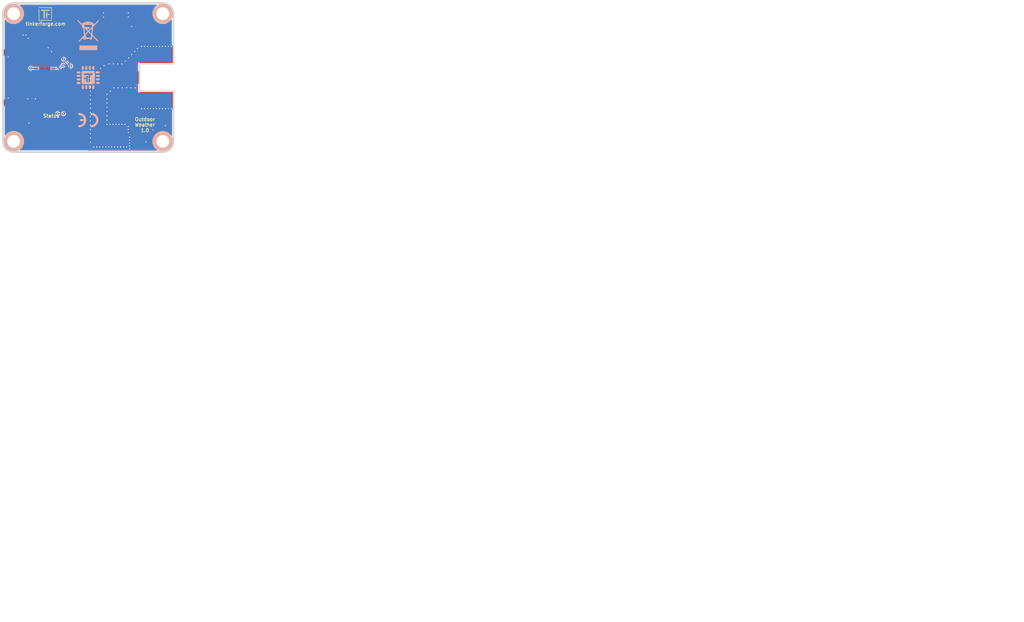
<source format=kicad_pcb>
(kicad_pcb (version 4) (host pcbnew 4.0.2+dfsg1-stable)
  (title_block (title "Outdoor Weather Bricklet") (date 2017-09-06) (rev 1.0) (company "Tinkerforge GmbH") (comment 1 "Licensed under CERN OHL v.1.1") (comment 2 "Copyright (©) 2017, B.Nordmeyer <bastian@tinkerforge.com>"))
  (layers (0 Vorderseite jumper) (31 Rückseite jumper hide) (34 B.Paste user) (35 F.Paste user) (36 B.SilkS user) (37 F.SilkS user) (38 B.Mask user) (39 F.Mask user) (44 Edge.Cuts user))
  (net 0 "")
  (net 1 GND)
  (net 2 VCC)
  (net 3 "Net-(C1-Pad2)")
  (net 4 "Net-(D1-Pad2)")
  (net 5 "Net-(J1-Pad1)")
  (net 6 "Net-(P1-Pad4)")
  (net 7 "Net-(P1-Pad5)")
  (net 8 "Net-(P1-Pad6)")
  (net 9 "Net-(P2-Pad2)")
  (net 10 "Net-(R1-Pad1)")
  (net 11 S-MISO)
  (net 12 S-MOSI)
  (net 13 S-CLK)
  (net 14 S-CS)
  (net 15 "Net-(ANT1-Pad1)")
  (net 16 DATA)
  (net 17 SDN)
  (net 18 "Net-(P1-Pad1)")
  (net 19 "Net-(U1-Pad3)")
  (net 20 "Net-(U1-Pad5)")
  (net 21 "Net-(U1-Pad7)")
  (net 22 "Net-(U1-Pad8)")
  (net 23 "Net-(U1-Pad11)")
  (net 24 "Net-(U1-Pad12)")
  (net 25 "Net-(U1-Pad13)")
  (net 26 "Net-(U1-Pad14)")
  (net 27 "Net-(U1-Pad17)")
  (net 28 "Net-(U1-Pad18)")
  (net 29 "Net-(U1-Pad19)")
  (net 30 "Net-(U1-Pad20)")
  (net 31 "Net-(U1-Pad21)")
  (module Logo_31x31m (layer Vorderseite) (at 54.4 20.8 180)
    (fp_text reference G*** hide)
    (fp_text value LOGO hide)
  )
  (module kicad-libraries:CE_5mm (layer Rückseite) (at 62.9 47.3 180)
    (fp_text reference VAL hide)
    (fp_text value CE_5mm hide)
  )
  (module kicad-libraries:WEEE_7mm (layer Rückseite) (at 62.9 27.3 180)
    (fp_text reference VAL hide)
    (fp_text value WEEE_7mm hide)
  )
  (module kicad-libraries:Logo_CoMCU (layer Rückseite) (at 62.9 37.3 180)
    (fp_text reference G*** hide)
    (fp_text value LOGO hide)
  )
  (module kicad-libraries:QFN24-4x4mm-0.5mm (layer Vorderseite) (at 52.7 34.9 180)
    (fp_text reference U1)
    (fp_text value XMC110024)
    (pad 1 smd oval (at -2.025 -1.25 180) (size 1 0.3) (layers Vorderseite F.Paste F.Mask) (net 11 S-MISO))
    (pad 2 smd oval (at -2.025 -0.75 180) (size 1 0.3) (layers Vorderseite F.Paste F.Mask) (net 10 "Net-(R1-Pad1)"))
    (pad 3 smd oval (at -2.025 -0.25 180) (size 1 0.3) (layers Vorderseite F.Paste F.Mask) (net 19 "Net-(U1-Pad3)"))
    (pad 4 smd oval (at -2.025 0.25 180) (size 1 0.3) (layers Vorderseite F.Paste F.Mask) (net 9 "Net-(P2-Pad2)"))
    (pad 5 smd oval (at -2.025 0.75 180) (size 1 0.3) (layers Vorderseite F.Paste F.Mask) (net 20 "Net-(U1-Pad5)"))
    (pad 6 smd oval (at -2.025 1.25 180) (size 1 0.3) (layers Vorderseite F.Paste F.Mask) (net 16 DATA))
    (pad 7 smd oval (at -1.25 2.025 270) (size 1 0.3) (layers Vorderseite F.Paste F.Mask) (net 21 "Net-(U1-Pad7)"))
    (pad 8 smd oval (at -0.75 2.025 270) (size 1 0.3) (layers Vorderseite F.Paste F.Mask) (net 22 "Net-(U1-Pad8)"))
    (pad 9 smd oval (at -0.25 2.025 270) (size 1 0.3) (layers Vorderseite F.Paste F.Mask) (net 1 GND))
    (pad 10 smd oval (at 0.25 2.025 270) (size 1 0.3) (layers Vorderseite F.Paste F.Mask) (net 2 VCC))
    (pad 11 smd oval (at 0.75 2.025 270) (size 1 0.3) (layers Vorderseite F.Paste F.Mask) (net 23 "Net-(U1-Pad11)"))
    (pad 12 smd oval (at 1.25 2.025 270) (size 1 0.3) (layers Vorderseite F.Paste F.Mask) (net 24 "Net-(U1-Pad12)"))
    (pad 13 smd oval (at 2.025 1.25 180) (size 1 0.3) (layers Vorderseite F.Paste F.Mask) (net 25 "Net-(U1-Pad13)"))
    (pad 14 smd oval (at 2.025 0.75 180) (size 1 0.3) (layers Vorderseite F.Paste F.Mask) (net 26 "Net-(U1-Pad14)"))
    (pad 15 smd oval (at 2.025 0.25 180) (size 1 0.3) (layers Vorderseite F.Paste F.Mask) (net 5 "Net-(J1-Pad1)"))
    (pad 16 smd oval (at 2.025 -0.25 180) (size 1 0.3) (layers Vorderseite F.Paste F.Mask) (net 17 SDN))
    (pad 17 smd oval (at 2.025 -0.75 180) (size 1 0.3) (layers Vorderseite F.Paste F.Mask) (net 27 "Net-(U1-Pad17)"))
    (pad 18 smd oval (at 2.025 -1.25 180) (size 1 0.3) (layers Vorderseite F.Paste F.Mask) (net 28 "Net-(U1-Pad18)"))
    (pad 19 smd oval (at 1.25 -2.025 270) (size 1 0.3) (layers Vorderseite F.Paste F.Mask) (net 29 "Net-(U1-Pad19)"))
    (pad 20 smd oval (at 0.75 -2.025 270) (size 1 0.3) (layers Vorderseite F.Paste F.Mask) (net 30 "Net-(U1-Pad20)"))
    (pad 21 smd oval (at 0.25 -2.025 270) (size 1 0.3) (layers Vorderseite F.Paste F.Mask) (net 31 "Net-(U1-Pad21)"))
    (pad 22 smd oval (at -0.25 -2.025 270) (size 1 0.3) (layers Vorderseite F.Paste F.Mask) (net 14 S-CS))
    (pad 23 smd oval (at -0.75 -2.025 270) (size 1 0.3) (layers Vorderseite F.Paste F.Mask) (net 13 S-CLK))
    (pad 24 smd oval (at -1.25 -2.025 270) (size 1 0.3) (layers Vorderseite F.Paste F.Mask) (net 12 S-MOSI))
    (pad EXP smd rect (at 0.65 0.65 180) (size 1.3 1.3) (layers Vorderseite F.Paste F.Mask) (net 1 GND))
    (pad EXP smd rect (at 0.65 -0.65 180) (size 1.3 1.3) (layers Vorderseite F.Paste F.Mask) (net 1 GND))
    (pad EXP smd rect (at -0.65 0.65 180) (size 1.3 1.3) (layers Vorderseite F.Paste F.Mask) (net 1 GND))
    (pad EXP smd rect (at -0.65 -0.65 180) (size 1.3 1.3) (layers Vorderseite F.Paste F.Mask) (net 1 GND))
  )
  (module kicad-libraries:4X0402 (layer Vorderseite) (at 50.2 39.2 270)
    (fp_text reference RP1)
    (fp_text value 82)
    (pad 1 smd rect (at -0.7493 0.575 90) (size 0.29972 0.65) (layers Vorderseite F.Paste F.Mask) (net 6 "Net-(P1-Pad4)"))
    (pad 2 smd rect (at -0.24892 0.575 90) (size 0.29972 0.65) (layers Vorderseite F.Paste F.Mask) (net 7 "Net-(P1-Pad5)"))
    (pad 3 smd rect (at 0.24892 0.575 90) (size 0.29972 0.65) (layers Vorderseite F.Paste F.Mask) (net 8 "Net-(P1-Pad6)"))
    (pad 4 smd rect (at 0.7493 0.575 90) (size 0.29972 0.65) (layers Vorderseite F.Paste F.Mask) (net 3 "Net-(C1-Pad2)"))
    (pad 5 smd rect (at 0.7493 -0.575 270) (size 0.29972 0.65) (layers Vorderseite F.Paste F.Mask) (net 11 S-MISO))
    (pad 6 smd rect (at 0.24892 -0.575 270) (size 0.29972 0.65) (layers Vorderseite F.Paste F.Mask) (net 12 S-MOSI))
    (pad 7 smd rect (at -0.24892 -0.575 270) (size 0.29972 0.65) (layers Vorderseite F.Paste F.Mask) (net 13 S-CLK))
    (pad 8 smd rect (at -0.7493 -0.575 270) (size 0.29972 0.65) (layers Vorderseite F.Paste F.Mask) (net 14 S-CS))
  )
  (module kicad-libraries:SolderJumper (layer Vorderseite) (at 50.2 48)
    (fp_text reference P2)
    (fp_text value Boot)
    (pad 2 smd rect (at 0.55 0) (size 0.3 1.4) (layers Vorderseite F.Mask) (net 9 "Net-(P2-Pad2)"))
    (pad 2 smd rect (at 0.15 0) (size 0.6 0.5) (layers Vorderseite F.Mask) (net 9 "Net-(P2-Pad2)"))
    (pad 1 smd rect (at -0.5 0) (size 0.4 1.4) (layers Vorderseite F.Mask) (net 1 GND))
    (pad 1 smd rect (at -0.225 0.55) (size 0.95 0.3) (layers Vorderseite F.Mask) (net 1 GND))
    (pad 1 smd rect (at -0.225 -0.55) (size 0.95 0.3) (layers Vorderseite F.Mask) (net 1 GND))
  )
  (module kicad-libraries:CON-SENSOR2 (layer Vorderseite) (at 42.9 37.3 270)
    (fp_text reference P1)
    (fp_text value CON-SENSOR2)
    (pad 1 smd rect (at -3.75 -4.6 270) (size 0.6 1.8) (layers Vorderseite F.Paste F.Mask) (net 18 "Net-(P1-Pad1)"))
    (pad 2 smd rect (at -2.5 -4.6 270) (size 0.6 1.8) (layers Vorderseite F.Paste F.Mask) (net 1 GND))
    (pad EP smd rect (at -5.9 -1.2 270) (size 1.4 2.4) (layers Vorderseite F.Paste F.Mask) (net 1 GND))
    (pad EP smd rect (at 5.9 -1.2 270) (size 1.4 2.4) (layers Vorderseite F.Paste F.Mask) (net 1 GND))
    (pad 3 smd rect (at -1.25 -4.6 270) (size 0.6 1.8) (layers Vorderseite F.Paste F.Mask) (net 2 VCC))
    (pad 4 smd rect (at 0 -4.6 270) (size 0.6 1.8) (layers Vorderseite F.Paste F.Mask) (net 6 "Net-(P1-Pad4)"))
    (pad 5 smd rect (at 1.25 -4.6 270) (size 0.6 1.8) (layers Vorderseite F.Paste F.Mask) (net 7 "Net-(P1-Pad5)"))
    (pad 6 smd rect (at 2.5 -4.6 270) (size 0.6 1.8) (layers Vorderseite F.Paste F.Mask) (net 8 "Net-(P1-Pad6)"))
    (pad 7 smd rect (at 3.75 -4.6 270) (size 0.6 1.8) (layers Vorderseite F.Paste F.Mask) (net 3 "Net-(C1-Pad2)"))
  )
  (module kicad-libraries:DEBUG_PAD (layer Vorderseite) (at 49 32)
    (fp_text reference J1)
    (fp_text value Debug)
    (pad 1 smd circle (at 0 0) (size 0.7 0.7) (layers Vorderseite F.Paste F.Mask) (net 5 "Net-(J1-Pad1)"))
  )
  (module kicad-libraries:Fiducial_Mark (layer Vorderseite) (at 75.4 21.3)
    (fp_text reference Fiducial_Mark hide)
    (fp_text value VAL** hide)
    (pad 1 smd circle (at 0 0) (size 1.00076 1.00076) (layers Vorderseite F.Paste F.Mask) (clearance 0.65024))
  )
  (module kicad-libraries:Fiducial_Mark (layer Vorderseite) (at 50.4 52.3)
    (fp_text reference Fiducial_Mark hide)
    (fp_text value VAL** hide)
    (pad 1 smd circle (at 0 0) (size 1.00076 1.00076) (layers Vorderseite F.Paste F.Mask) (clearance 0.65024))
  )
  (module kicad-libraries:RFM210LCF-S1 (layer Vorderseite) (at 63.9 37.3 90)
    (fp_text reference U2)
    (fp_text value RFM210LCF-S1)
    (pad 6 smd rect (at 14.7 5.5 90) (size 1.8 5) (layers Vorderseite F.Paste F.Mask) (net 1 GND))
    (pad 5 smd rect (at 12.16 5.5 90) (size 1.8 5) (layers Vorderseite F.Paste F.Mask) (net 16 DATA))
    (pad 4 smd rect (at 9.62 5.5 90) (size 1.8 5) (layers Vorderseite F.Paste F.Mask) (net 2 VCC))
    (pad 3 smd rect (at 7.08 5.5 90) (size 1.8 5) (layers Vorderseite F.Paste F.Mask) (net 17 SDN))
    (pad 1 smd rect (at -14.7 5.5 90) (size 1.8 5) (layers Vorderseite F.Paste F.Mask) (net 15 "Net-(ANT1-Pad1)"))
    (pad 2 smd rect (at -12.16 5.5 90) (size 1.8 5) (layers Vorderseite F.Paste F.Mask) (net 1 GND))
    (pad "" smd rect (at -14.7 -5.5 90) (size 1.8 5) (layers Vorderseite F.Paste F.Mask))
    (pad "" smd rect (at -12.16 -5.5 90) (size 1.8 5) (layers Vorderseite F.Paste F.Mask))
  )
  (module kicad-libraries:FT-004B (layer Vorderseite) (at 82.9 37.3 270)
    (fp_text reference ANT1)
    (fp_text value FT-004B)
    (pad 2 smd rect (at -5.27 3.99 270) (size 4 8) (layers Vorderseite F.Paste F.Mask) (net 1 GND))
    (pad 2 smd rect (at 5.25 3.99 270) (size 4 8) (layers Vorderseite F.Paste F.Mask) (net 1 GND))
    (pad 1 smd rect (at 0.01 10 270) (size 3 4) (layers Vorderseite F.Paste F.Mask) (net 15 "Net-(ANT1-Pad1)"))
  )
  (module kicad-libraries:C0402F (layer Vorderseite) (at 49.6 41.6 90)
    (fp_text reference C1)
    (fp_text value 220pF)
    (pad 2 smd rect (at 0.5 0 90) (size 0.6 0.7) (layers Vorderseite F.Paste F.Mask) (net 3 "Net-(C1-Pad2)"))
    (pad 1 smd rect (at -0.5 0 90) (size 0.6 0.7) (layers Vorderseite F.Paste F.Mask) (net 1 GND))
  )
  (module kicad-libraries:C0805 (layer Vorderseite) (at 47.4 29.7 180)
    (fp_text reference C2)
    (fp_text value 10uF)
    (pad 1 smd rect (at -1.00076 0 180) (size 1.00076 1.24968) (layers Vorderseite F.Paste F.Mask) (net 1 GND) (clearance 0.14986))
    (pad 2 smd rect (at 1.00076 0 180) (size 1.00076 1.24968) (layers Vorderseite F.Paste F.Mask) (net 2 VCC) (clearance 0.14986))
  )
  (module kicad-libraries:C0603F (layer Vorderseite) (at 47.2 28.1 180)
    (fp_text reference C3)
    (fp_text value 1uF)
    (pad 1 smd rect (at -0.75 0 180) (size 0.9 0.9) (layers Vorderseite F.Paste F.Mask) (net 1 GND))
    (pad 2 smd rect (at 0.75 0 180) (size 0.9 0.9) (layers Vorderseite F.Paste F.Mask) (net 2 VCC))
  )
  (module kicad-libraries:C0603F (layer Vorderseite) (at 52.7 31.2 180)
    (fp_text reference C4)
    (fp_text value 100nF)
    (pad 1 smd rect (at -0.75 0 180) (size 0.9 0.9) (layers Vorderseite F.Paste F.Mask) (net 1 GND))
    (pad 2 smd rect (at 0.75 0 180) (size 0.9 0.9) (layers Vorderseite F.Paste F.Mask) (net 2 VCC))
  )
  (module kicad-libraries:C0603F (layer Vorderseite) (at 73.1 26.9 270)
    (fp_text reference C5)
    (fp_text value 100nF)
    (pad 1 smd rect (at -0.75 0 270) (size 0.9 0.9) (layers Vorderseite F.Paste F.Mask) (net 1 GND))
    (pad 2 smd rect (at 0.75 0 270) (size 0.9 0.9) (layers Vorderseite F.Paste F.Mask) (net 2 VCC))
  )
  (module kicad-libraries:D0603F (layer Vorderseite) (at 54.2 44.7)
    (fp_text reference D1)
    (fp_text value blue)
    (pad 1 smd rect (at -0.75 0) (size 0.9 0.9) (layers Vorderseite F.Paste F.Mask) (net 2 VCC))
    (pad 2 smd rect (at 0.75 0) (size 0.9 0.9) (layers Vorderseite F.Paste F.Mask) (net 4 "Net-(D1-Pad2)"))
  )
  (module kicad-libraries:R0603F (layer Vorderseite) (at 54.2 43.3)
    (fp_text reference R1)
    (fp_text value 1k)
    (pad 1 smd rect (at -0.75 0) (size 0.9 0.9) (layers Vorderseite F.Paste F.Mask) (net 10 "Net-(R1-Pad1)"))
    (pad 2 smd rect (at 0.75 0) (size 0.9 0.9) (layers Vorderseite F.Paste F.Mask) (net 4 "Net-(D1-Pad2)"))
  )
  (module kicad-libraries:DRILL_NP (layer Vorderseite) (at 45.4 52.3)
    (fp_text reference U4 hide)
    (fp_text value DRILL hide)
    (pad "" np_thru_hole circle (at 0 0) (size 2.99974 2.99974) (drill 2.99974) (layers *.Cu *.Mask F.SilkS) (clearance 0.89916))
  )
  (module kicad-libraries:DRILL_NP (layer Vorderseite) (at 80.4 52.3)
    (fp_text reference U5 hide)
    (fp_text value DRILL hide)
    (pad "" np_thru_hole circle (at 0 0) (size 2.99974 2.99974) (drill 2.99974) (layers *.Cu *.Mask F.SilkS) (clearance 0.89916))
  )
  (module kicad-libraries:DRILL_NP (layer Vorderseite) (at 45.4 22.3)
    (fp_text reference U6 hide)
    (fp_text value DRILL hide)
    (pad "" np_thru_hole circle (at 0 0) (size 2.99974 2.99974) (drill 2.99974) (layers *.Cu *.Mask F.SilkS) (clearance 0.89916))
  )
  (module kicad-libraries:DRILL_NP (layer Vorderseite) (at 80.4 22.3)
    (fp_text reference U7 hide)
    (fp_text value DRILL hide)
    (pad "" np_thru_hole circle (at 0 0) (size 2.99974 2.99974) (drill 2.99974) (layers *.Cu *.Mask F.SilkS) (clearance 0.89916))
  )
  (gr_line (start 82.9 40.55) (end 82.9 52.3) (angle 90) (layer Edge.Cuts) (width 0.381))
  (gr_line (start 74.9 34.05) (end 74.9 40.55) (angle 90) (layer Edge.Cuts) (width 0.381))
  (gr_line (start 82.9 22.3) (end 82.9 34.05) (angle 90) (layer Edge.Cuts) (width 0.381))
  (gr_text Status (at 54.2 46.3) (layer F.SilkS) (effects (font (size 0.8 0.8))))
  (gr_line (start 74.9 40.55) (end 82.9 40.55) (angle 90) (layer Edge.Cuts) (width 0.381))
  (gr_line (start 74.9 34.05) (end 82.9 34.05) (angle 90) (layer Edge.Cuts) (width 0.381))
  (gr_line (start 45.4 54.8) (end 80.4 54.8) (angle 90) (layer Edge.Cuts) (width 0.381))
  (gr_line (start 42.9 22.3) (end 42.9 52.3) (angle 90) (layer Edge.Cuts) (width 0.381))
  (gr_line (start 80.4 19.8) (end 45.4 19.8) (angle 90) (layer Edge.Cuts) (width 0.381))
  (gr_arc (start 80.4 52.3) (end 82.9 52.3) (angle 90) (layer Edge.Cuts) (width 0.381))
  (gr_arc (start 80.4 22.3) (end 80.4 19.8) (angle 90) (layer Edge.Cuts) (width 0.381))
  (gr_text "Outdoor\nWeather\n1.0" (at 76.2 48.4) (layer F.SilkS) (effects (font (size 0.8 0.8))))
  (gr_text tinkerforge.com (at 52.9 24.7) (layer F.SilkS) (effects (font (size 0.8 0.8))))
  (gr_arc (start 45.4 22.3) (end 42.9 22.3) (angle 90) (layer Edge.Cuts) (width 0.381))
  (gr_arc (start 45.4 52.3) (end 45.4 54.8) (angle 90) (layer Edge.Cuts) (width 0.381))
  (segment (start 75.4 44.6) (end 76.1 44.6) (width 0.59944) (layer Vorderseite) (net 1))
  (via (at 76.1 44.6) (size 0.70104) (drill 0.24892) (layers Vorderseite Rückseite) (net 1))
  (segment (start 76.8 44.6) (end 77.5 44.6) (width 0.59944) (layer Vorderseite) (net 1))
  (via (at 77.5 44.6) (size 0.70104) (drill 0.24892) (layers Vorderseite Rückseite) (net 1))
  (segment (start 78.2 44.6) (end 78.9 44.6) (width 0.59944) (layer Vorderseite) (net 1))
  (via (at 78.9 44.6) (size 0.70104) (drill 0.24892) (layers Vorderseite Rückseite) (net 1))
  (via (at 78.2 44.6) (size 0.70104) (drill 0.24892) (layers Vorderseite Rückseite) (net 1))
  (segment (start 77.5 44.6) (end 78.2 44.6) (width 0.59944) (layer Vorderseite) (net 1))
  (via (at 76.8 44.6) (size 0.70104) (drill 0.24892) (layers Vorderseite Rückseite) (net 1))
  (segment (start 76.1 44.6) (end 76.8 44.6) (width 0.59944) (layer Vorderseite) (net 1))
  (via (at 75.4 44.6) (size 0.70104) (drill 0.24892) (layers Vorderseite Rückseite) (net 1))
  (segment (start 82.4 44.6) (end 81.7 44.6) (width 0.59944) (layer Vorderseite) (net 1))
  (via (at 81.7 44.6) (size 0.70104) (drill 0.24892) (layers Vorderseite Rückseite) (net 1))
  (segment (start 81 44.6) (end 80.3 44.6) (width 0.59944) (layer Vorderseite) (net 1))
  (via (at 80.3 44.6) (size 0.70104) (drill 0.24892) (layers Vorderseite Rückseite) (net 1))
  (segment (start 79.6 44.6) (end 78.9 44.6) (width 0.59944) (layer Vorderseite) (net 1))
  (segment (start 78.9 44.6) (end 78.9 42.3) (width 0.59944) (layer Vorderseite) (net 1))
  (via (at 79.6 44.6) (size 0.70104) (drill 0.24892) (layers Vorderseite Rückseite) (net 1))
  (segment (start 80.3 44.6) (end 79.6 44.6) (width 0.59944) (layer Vorderseite) (net 1))
  (via (at 81 44.6) (size 0.70104) (drill 0.24892) (layers Vorderseite Rückseite) (net 1))
  (segment (start 81.7 44.6) (end 81 44.6) (width 0.59944) (layer Vorderseite) (net 1))
  (via (at 82.4 44.6) (size 0.70104) (drill 0.24892) (layers Vorderseite Rückseite) (net 1))
  (segment (start 75.4 30) (end 76.1 30) (width 0.59944) (layer Vorderseite) (net 1))
  (via (at 76.1 30) (size 0.70104) (drill 0.24892) (layers Vorderseite Rückseite) (net 1))
  (segment (start 76.8 30) (end 77.5 30) (width 0.59944) (layer Vorderseite) (net 1))
  (via (at 77.5 30) (size 0.70104) (drill 0.24892) (layers Vorderseite Rückseite) (net 1))
  (segment (start 78.2 30) (end 78.9 30) (width 0.59944) (layer Vorderseite) (net 1))
  (via (at 78.9 30) (size 0.70104) (drill 0.24892) (layers Vorderseite Rückseite) (net 1))
  (via (at 78.2 30) (size 0.70104) (drill 0.24892) (layers Vorderseite Rückseite) (net 1))
  (segment (start 77.5 30) (end 78.2 30) (width 0.59944) (layer Vorderseite) (net 1))
  (via (at 76.8 30) (size 0.70104) (drill 0.24892) (layers Vorderseite Rückseite) (net 1))
  (segment (start 76.1 30) (end 76.8 30) (width 0.59944) (layer Vorderseite) (net 1))
  (via (at 75.4 30) (size 0.70104) (drill 0.24892) (layers Vorderseite Rückseite) (net 1))
  (segment (start 82.4 30) (end 81.7 30) (width 0.59944) (layer Vorderseite) (net 1))
  (via (at 81.7 30) (size 0.70104) (drill 0.24892) (layers Vorderseite Rückseite) (net 1))
  (segment (start 81 30) (end 80.3 30) (width 0.59944) (layer Vorderseite) (net 1))
  (via (at 80.3 30) (size 0.70104) (drill 0.24892) (layers Vorderseite Rückseite) (net 1))
  (segment (start 79.6 30) (end 78.9 30) (width 0.59944) (layer Vorderseite) (net 1))
  (segment (start 78.9 30) (end 78.9 32.3) (width 0.59944) (layer Vorderseite) (net 1))
  (via (at 79.6 30) (size 0.70104) (drill 0.24892) (layers Vorderseite Rückseite) (net 1))
  (segment (start 80.3 30) (end 79.6 30) (width 0.59944) (layer Vorderseite) (net 1))
  (via (at 81 30) (size 0.70104) (drill 0.24892) (layers Vorderseite Rückseite) (net 1))
  (segment (start 81.7 30) (end 81 30) (width 0.59944) (layer Vorderseite) (net 1))
  (via (at 82.4 30) (size 0.70104) (drill 0.24892) (layers Vorderseite Rückseite) (net 1))
  (segment (start 49.975 48.55) (end 49.75 48.55) (width 0.2) (layer Vorderseite) (net 1))
  (segment (start 49.75 48.55) (end 49.7 48.5) (width 0.2) (layer Vorderseite) (net 1))
  (segment (start 49.7 48.5) (end 49.7 48) (width 0.2) (layer Vorderseite) (net 1))
  (segment (start 49.975 47.45) (end 49.75 47.45) (width 0.2) (layer Vorderseite) (net 1))
  (segment (start 49.75 47.45) (end 49.7 47.5) (width 0.2) (layer Vorderseite) (net 1))
  (segment (start 49.7 47.5) (end 49.7 48) (width 0.2) (layer Vorderseite) (net 1))
  (segment (start 49.7 48) (end 49 48) (width 0.2) (layer Vorderseite) (net 1))
  (via (at 49 48) (size 0.70104) (drill 0.24892) (layers Vorderseite Rückseite) (net 1))
  (segment (start 73.9 39.7) (end 72.9 39.7) (width 0.59944) (layer Vorderseite) (net 1))
  (via (at 72.9 39.7) (size 0.70104) (drill 0.24892) (layers Vorderseite Rückseite) (net 1))
  (segment (start 71.9 39.7) (end 70.9 39.7) (width 0.59944) (layer Vorderseite) (net 1))
  (via (at 70.9 39.7) (size 0.70104) (drill 0.24892) (layers Vorderseite Rückseite) (net 1))
  (segment (start 69.9 39.7) (end 68.9 39.7) (width 0.59944) (layer Vorderseite) (net 1))
  (via (at 68.9 39.7) (size 0.70104) (drill 0.24892) (layers Vorderseite Rückseite) (net 1))
  (segment (start 68.1 40.5) (end 67.3 41.3) (width 0.59944) (layer Vorderseite) (net 1))
  (via (at 67.3 41.3) (size 0.70104) (drill 0.24892) (layers Vorderseite Rückseite) (net 1))
  (segment (start 67.3 42.3) (end 67.3 43.3) (width 0.59944) (layer Vorderseite) (net 1))
  (via (at 67.3 43.3) (size 0.70104) (drill 0.24892) (layers Vorderseite Rückseite) (net 1))
  (segment (start 67.3 44.3) (end 67.3 45.3) (width 0.59944) (layer Vorderseite) (net 1))
  (via (at 67.3 45.3) (size 0.70104) (drill 0.24892) (layers Vorderseite Rückseite) (net 1))
  (segment (start 67.3 46.3) (end 67.3 47.3) (width 0.59944) (layer Vorderseite) (net 1))
  (via (at 67.3 47.3) (size 0.70104) (drill 0.24892) (layers Vorderseite Rückseite) (net 1))
  (segment (start 67.3 48.3) (end 68 48.3) (width 0.59944) (layer Vorderseite) (net 1))
  (via (at 68 48.3) (size 0.70104) (drill 0.24892) (layers Vorderseite Rückseite) (net 1))
  (segment (start 68.7 48.3) (end 69.4 48.3) (width 0.59944) (layer Vorderseite) (net 1))
  (via (at 69.4 48.3) (size 0.70104) (drill 0.24892) (layers Vorderseite Rückseite) (net 1))
  (via (at 68.7 48.3) (size 0.70104) (drill 0.24892) (layers Vorderseite Rückseite) (net 1))
  (segment (start 68 48.3) (end 68.7 48.3) (width 0.59944) (layer Vorderseite) (net 1))
  (via (at 67.3 48.3) (size 0.70104) (drill 0.24892) (layers Vorderseite Rückseite) (net 1))
  (segment (start 67.3 47.3) (end 67.3 48.3) (width 0.59944) (layer Vorderseite) (net 1))
  (via (at 67.3 46.3) (size 0.70104) (drill 0.24892) (layers Vorderseite Rückseite) (net 1))
  (segment (start 67.3 45.3) (end 67.3 46.3) (width 0.59944) (layer Vorderseite) (net 1))
  (via (at 67.3 44.3) (size 0.70104) (drill 0.24892) (layers Vorderseite Rückseite) (net 1))
  (segment (start 67.3 43.3) (end 67.3 44.3) (width 0.59944) (layer Vorderseite) (net 1))
  (via (at 67.3 42.3) (size 0.70104) (drill 0.24892) (layers Vorderseite Rückseite) (net 1))
  (segment (start 67.3 41.3) (end 67.3 42.3) (width 0.59944) (layer Vorderseite) (net 1))
  (via (at 68.1 40.5) (size 0.70104) (drill 0.24892) (layers Vorderseite Rückseite) (net 1))
  (segment (start 68.9 39.7) (end 68.1 40.5) (width 0.59944) (layer Vorderseite) (net 1))
  (via (at 69.9 39.7) (size 0.70104) (drill 0.24892) (layers Vorderseite Rückseite) (net 1))
  (segment (start 70.9 39.7) (end 69.9 39.7) (width 0.59944) (layer Vorderseite) (net 1))
  (via (at 71.9 39.7) (size 0.70104) (drill 0.24892) (layers Vorderseite Rückseite) (net 1))
  (segment (start 72.9 39.7) (end 71.9 39.7) (width 0.59944) (layer Vorderseite) (net 1))
  (via (at 73.9 39.7) (size 0.70104) (drill 0.24892) (layers Vorderseite Rückseite) (net 1))
  (segment (start 77.25 49.25) (end 77.75 49.25) (width 0.59944) (layer Vorderseite) (net 1))
  (via (at 78.1 49.6) (size 0.70104) (drill 0.24892) (layers Vorderseite Rückseite) (net 1))
  (segment (start 77.75 49.25) (end 78.1 49.6) (width 0.59944) (layer Vorderseite) (net 1))
  (segment (start 76.4 52.4) (end 76.4 50.1) (width 0.59944) (layer Vorderseite) (net 1))
  (segment (start 76.1 52.7) (end 76.4 52.4) (width 0.59944) (layer Vorderseite) (net 1))
  (via (at 76.4 52.4) (size 0.70104) (drill 0.24892) (layers Vorderseite Rückseite) (net 1))
  (via (at 72.6 52.7) (size 0.70104) (drill 0.24892) (layers Vorderseite Rückseite) (net 1))
  (segment (start 72.6 52.7) (end 76.1 52.7) (width 0.59944) (layer Vorderseite) (net 1))
  (via (at 81 48.6) (size 0.70104) (drill 0.24892) (layers Vorderseite Rückseite) (net 1))
  (segment (start 77.9 48.6) (end 81 48.6) (width 0.59944) (layer Vorderseite) (net 1))
  (segment (start 76.4 50.1) (end 77.25 49.25) (width 0.59944) (layer Vorderseite) (net 1))
  (segment (start 77.25 49.25) (end 77.9 48.6) (width 0.59944) (layer Vorderseite) (net 1))
  (segment (start 73.8 31.2) (end 73.8 31.1) (width 0.59944) (layer Vorderseite) (net 1))
  (via (at 73.8 31.2) (size 0.70104) (drill 0.24892) (layers Vorderseite Rückseite) (net 1))
  (segment (start 72.4 32.7) (end 72.4 32.6) (width 0.59944) (layer Vorderseite) (net 1))
  (segment (start 71.7 33.4) (end 72.4 32.7) (width 0.59944) (layer Vorderseite) (net 1))
  (via (at 72.4 32.7) (size 0.70104) (drill 0.24892) (layers Vorderseite Rückseite) (net 1))
  (segment (start 70.8 34.1) (end 70.9 34.1) (width 0.59944) (layer Vorderseite) (net 1))
  (via (at 70.8 34.1) (size 0.70104) (drill 0.24892) (layers Vorderseite Rückseite) (net 1))
  (segment (start 69.8 34.1) (end 68.8 34.1) (width 0.59944) (layer Vorderseite) (net 1))
  (via (at 68.8 34.1) (size 0.70104) (drill 0.24892) (layers Vorderseite Rückseite) (net 1))
  (segment (start 66.6 34.5) (end 67.4 34.5) (width 0.59944) (layer Vorderseite) (net 1))
  (segment (start 65.9 35.2) (end 66.6 34.5) (width 0.59944) (layer Vorderseite) (net 1))
  (via (at 66.6 34.5) (size 0.70104) (drill 0.24892) (layers Vorderseite Rückseite) (net 1))
  (segment (start 64.9 36) (end 65 36) (width 0.59944) (layer Vorderseite) (net 1))
  (via (at 64.9 36) (size 0.70104) (drill 0.24892) (layers Vorderseite Rückseite) (net 1))
  (segment (start 64.2 36.7) (end 63.4 37.5) (width 0.59944) (layer Vorderseite) (net 1))
  (via (at 63.4 37.5) (size 0.70104) (drill 0.24892) (layers Vorderseite Rückseite) (net 1))
  (segment (start 63.4 38.5) (end 63.4 39.5) (width 0.59944) (layer Vorderseite) (net 1))
  (via (at 63.4 39.5) (size 0.70104) (drill 0.24892) (layers Vorderseite Rückseite) (net 1))
  (segment (start 63.4 40.5) (end 63.4 41.5) (width 0.59944) (layer Vorderseite) (net 1))
  (via (at 63.4 41.5) (size 0.70104) (drill 0.24892) (layers Vorderseite Rückseite) (net 1))
  (segment (start 63.4 42.5) (end 63.4 43.5) (width 0.59944) (layer Vorderseite) (net 1))
  (via (at 63.4 43.5) (size 0.70104) (drill 0.24892) (layers Vorderseite Rückseite) (net 1))
  (segment (start 63.4 44.5) (end 63.4 45.5) (width 0.59944) (layer Vorderseite) (net 1))
  (via (at 63.4 45.5) (size 0.70104) (drill 0.24892) (layers Vorderseite Rückseite) (net 1))
  (segment (start 63.4 46.5) (end 63.4 47.5) (width 0.59944) (layer Vorderseite) (net 1))
  (via (at 63.4 47.5) (size 0.70104) (drill 0.24892) (layers Vorderseite Rückseite) (net 1))
  (segment (start 63.4 48.5) (end 63.4 49.5) (width 0.59944) (layer Vorderseite) (net 1))
  (via (at 63.4 49.5) (size 0.70104) (drill 0.24892) (layers Vorderseite Rückseite) (net 1))
  (segment (start 63.4 50.5) (end 63.4 51.5) (width 0.59944) (layer Vorderseite) (net 1))
  (via (at 63.4 51.5) (size 0.70104) (drill 0.24892) (layers Vorderseite Rückseite) (net 1))
  (segment (start 64.2 53.6) (end 64.2 53.3) (width 0.59944) (layer Vorderseite) (net 1))
  (via (at 64.2 53.6) (size 0.70104) (drill 0.24892) (layers Vorderseite Rückseite) (net 1))
  (segment (start 64.9 53.6) (end 65.6 53.6) (width 0.59944) (layer Vorderseite) (net 1))
  (via (at 65.6 53.6) (size 0.70104) (drill 0.24892) (layers Vorderseite Rückseite) (net 1))
  (segment (start 66.3 53.6) (end 67 53.6) (width 0.59944) (layer Vorderseite) (net 1))
  (via (at 67 53.6) (size 0.70104) (drill 0.24892) (layers Vorderseite Rückseite) (net 1))
  (segment (start 67.7 53.6) (end 68.4 53.6) (width 0.59944) (layer Vorderseite) (net 1))
  (via (at 68.4 53.6) (size 0.70104) (drill 0.24892) (layers Vorderseite Rückseite) (net 1))
  (segment (start 69.1 53.6) (end 69.8 53.6) (width 0.59944) (layer Vorderseite) (net 1))
  (via (at 69.8 53.6) (size 0.70104) (drill 0.24892) (layers Vorderseite Rückseite) (net 1))
  (segment (start 70.5 53.6) (end 71.2 53.6) (width 0.59944) (layer Vorderseite) (net 1))
  (via (at 71.2 53.6) (size 0.70104) (drill 0.24892) (layers Vorderseite Rückseite) (net 1))
  (segment (start 72.6 54.1) (end 72.4 54.1) (width 0.59944) (layer Vorderseite) (net 1))
  (via (at 72.6 54.1) (size 0.70104) (drill 0.24892) (layers Vorderseite Rückseite) (net 1))
  (segment (start 72.6 53.4) (end 72.6 52.7) (width 0.59944) (layer Vorderseite) (net 1))
  (segment (start 72.6 52) (end 72.6 51.3) (width 0.59944) (layer Vorderseite) (net 1))
  (segment (start 72.3 50.5) (end 72.6 50.8) (width 0.59944) (layer Vorderseite) (net 1))
  (segment (start 72.6 50.8) (end 72.6 51.3) (width 0.59944) (layer Vorderseite) (net 1))
  (via (at 72.6 51.3) (size 0.70104) (drill 0.24892) (layers Vorderseite Rückseite) (net 1))
  (segment (start 72.3 49.5) (end 72.3 50.2) (width 0.59944) (layer Vorderseite) (net 1))
  (via (at 72.3 49.5) (size 0.70104) (drill 0.24892) (layers Vorderseite Rückseite) (net 1))
  (via (at 72.3 50.2) (size 0.70104) (drill 0.24892) (layers Vorderseite Rückseite) (net 1))
  (segment (start 72.3 50.2) (end 72.3 50.5) (width 0.59944) (layer Vorderseite) (net 1))
  (via (at 72.6 52) (size 0.70104) (drill 0.24892) (layers Vorderseite Rückseite) (net 1))
  (segment (start 72.6 52.7) (end 72.6 52) (width 0.59944) (layer Vorderseite) (net 1))
  (via (at 72.6 53.4) (size 0.70104) (drill 0.24892) (layers Vorderseite Rückseite) (net 1))
  (segment (start 72.6 54.1) (end 72.6 53.4) (width 0.59944) (layer Vorderseite) (net 1))
  (via (at 71.9 53.6) (size 0.70104) (drill 0.24892) (layers Vorderseite Rückseite) (net 1))
  (segment (start 72.4 54.1) (end 71.9 53.6) (width 0.59944) (layer Vorderseite) (net 1))
  (segment (start 71.2 53.6) (end 71.9 53.6) (width 0.59944) (layer Vorderseite) (net 1))
  (via (at 70.5 53.6) (size 0.70104) (drill 0.24892) (layers Vorderseite Rückseite) (net 1))
  (segment (start 69.8 53.6) (end 70.5 53.6) (width 0.59944) (layer Vorderseite) (net 1))
  (via (at 69.1 53.6) (size 0.70104) (drill 0.24892) (layers Vorderseite Rückseite) (net 1))
  (segment (start 68.4 53.6) (end 69.1 53.6) (width 0.59944) (layer Vorderseite) (net 1))
  (via (at 67.7 53.6) (size 0.70104) (drill 0.24892) (layers Vorderseite Rückseite) (net 1))
  (segment (start 67 53.6) (end 67.7 53.6) (width 0.59944) (layer Vorderseite) (net 1))
  (via (at 66.3 53.6) (size 0.70104) (drill 0.24892) (layers Vorderseite Rückseite) (net 1))
  (segment (start 65.6 53.6) (end 66.3 53.6) (width 0.59944) (layer Vorderseite) (net 1))
  (via (at 64.9 53.6) (size 0.70104) (drill 0.24892) (layers Vorderseite Rückseite) (net 1))
  (segment (start 64.2 53.6) (end 64.9 53.6) (width 0.59944) (layer Vorderseite) (net 1))
  (via (at 63.4 52.5) (size 0.70104) (drill 0.24892) (layers Vorderseite Rückseite) (net 1))
  (segment (start 64.2 53.3) (end 63.4 52.5) (width 0.59944) (layer Vorderseite) (net 1))
  (segment (start 63.4 51.5) (end 63.4 52.5) (width 0.59944) (layer Vorderseite) (net 1))
  (via (at 63.4 50.5) (size 0.70104) (drill 0.24892) (layers Vorderseite Rückseite) (net 1))
  (segment (start 63.4 49.5) (end 63.4 50.5) (width 0.59944) (layer Vorderseite) (net 1))
  (via (at 63.4 48.5) (size 0.70104) (drill 0.24892) (layers Vorderseite Rückseite) (net 1))
  (segment (start 63.4 47.5) (end 63.4 48.5) (width 0.59944) (layer Vorderseite) (net 1))
  (via (at 63.4 46.5) (size 0.70104) (drill 0.24892) (layers Vorderseite Rückseite) (net 1))
  (segment (start 63.4 45.5) (end 63.4 46.5) (width 0.59944) (layer Vorderseite) (net 1))
  (via (at 63.4 44.5) (size 0.70104) (drill 0.24892) (layers Vorderseite Rückseite) (net 1))
  (segment (start 63.4 43.5) (end 63.4 44.5) (width 0.59944) (layer Vorderseite) (net 1))
  (via (at 63.4 42.5) (size 0.70104) (drill 0.24892) (layers Vorderseite Rückseite) (net 1))
  (segment (start 63.4 41.5) (end 63.4 42.5) (width 0.59944) (layer Vorderseite) (net 1))
  (via (at 63.4 40.5) (size 0.70104) (drill 0.24892) (layers Vorderseite Rückseite) (net 1))
  (segment (start 63.4 39.5) (end 63.4 40.5) (width 0.59944) (layer Vorderseite) (net 1))
  (via (at 63.4 38.5) (size 0.70104) (drill 0.24892) (layers Vorderseite Rückseite) (net 1))
  (segment (start 63.4 37.5) (end 63.4 38.5) (width 0.59944) (layer Vorderseite) (net 1))
  (via (at 64.2 36.7) (size 0.70104) (drill 0.24892) (layers Vorderseite Rückseite) (net 1))
  (segment (start 64.9 36) (end 64.2 36.7) (width 0.59944) (layer Vorderseite) (net 1))
  (via (at 65.8 35.2) (size 0.70104) (drill 0.24892) (layers Vorderseite Rückseite) (net 1))
  (segment (start 65 36) (end 65.8 35.2) (width 0.59944) (layer Vorderseite) (net 1))
  (segment (start 65.8 35.2) (end 65.9 35.2) (width 0.59944) (layer Vorderseite) (net 1))
  (via (at 67.8 34.1) (size 0.70104) (drill 0.24892) (layers Vorderseite Rückseite) (net 1))
  (segment (start 67.4 34.5) (end 67.8 34.1) (width 0.59944) (layer Vorderseite) (net 1))
  (segment (start 68.8 34.1) (end 67.8 34.1) (width 0.59944) (layer Vorderseite) (net 1))
  (via (at 69.8 34.1) (size 0.70104) (drill 0.24892) (layers Vorderseite Rückseite) (net 1))
  (segment (start 70.8 34.1) (end 69.8 34.1) (width 0.59944) (layer Vorderseite) (net 1))
  (via (at 71.6 33.4) (size 0.70104) (drill 0.24892) (layers Vorderseite Rückseite) (net 1))
  (segment (start 70.9 34.1) (end 71.6 33.4) (width 0.59944) (layer Vorderseite) (net 1))
  (segment (start 71.6 33.4) (end 71.7 33.4) (width 0.59944) (layer Vorderseite) (net 1))
  (via (at 73.1 31.9) (size 0.70104) (drill 0.24892) (layers Vorderseite Rückseite) (net 1))
  (segment (start 72.4 32.6) (end 73.1 31.9) (width 0.59944) (layer Vorderseite) (net 1))
  (segment (start 73.8 31.2) (end 73.1 31.9) (width 0.59944) (layer Vorderseite) (net 1))
  (via (at 74.4 30.5) (size 0.70104) (drill 0.24892) (layers Vorderseite Rückseite) (net 1))
  (segment (start 73.8 31.1) (end 74.4 30.5) (width 0.59944) (layer Vorderseite) (net 1))
  (segment (start 71.5 48.3) (end 70.8 48.3) (width 0.59944) (layer Vorderseite) (net 1))
  (via (at 70.8 48.3) (size 0.70104) (drill 0.24892) (layers Vorderseite Rückseite) (net 1))
  (segment (start 70.1 48.3) (end 69.4 48.3) (width 0.59944) (layer Vorderseite) (net 1))
  (segment (start 69.4 48.3) (end 69.4 49.46) (width 0.59944) (layer Vorderseite) (net 1))
  (via (at 70.1 48.3) (size 0.70104) (drill 0.24892) (layers Vorderseite Rückseite) (net 1))
  (segment (start 70.8 48.3) (end 70.1 48.3) (width 0.59944) (layer Vorderseite) (net 1))
  (via (at 71.5 48.3) (size 0.70104) (drill 0.24892) (layers Vorderseite Rückseite) (net 1))
  (segment (start 72.3 48.8) (end 72.3 49.5) (width 0.59944) (layer Vorderseite) (net 1))
  (segment (start 72.26 49.46) (end 72.3 49.5) (width 0.59944) (layer Vorderseite) (net 1))
  (segment (start 72.26 49.46) (end 69.4 49.46) (width 0.59944) (layer Vorderseite) (net 1))
  (via (at 72.3 48.8) (size 0.70104) (drill 0.24892) (layers Vorderseite Rückseite) (net 1))
  (segment (start 73.1 26.15) (end 73.1 25.3) (width 0.59944) (layer Vorderseite) (net 1))
  (via (at 73.1 25.3) (size 0.70104) (drill 0.24892) (layers Vorderseite Rückseite) (net 1))
  (segment (start 69.4 22.6) (end 71.8 22.6) (width 0.59944) (layer Vorderseite) (net 1))
  (segment (start 71.8 22.6) (end 72.3 23.1) (width 0.59944) (layer Vorderseite) (net 1))
  (via (at 72.3 23.1) (size 0.70104) (drill 0.24892) (layers Vorderseite Rückseite) (net 1))
  (segment (start 71.8 22.6) (end 72.3 22.1) (width 0.59944) (layer Vorderseite) (net 1))
  (via (at 72.3 22.1) (size 0.70104) (drill 0.24892) (layers Vorderseite Rückseite) (net 1))
  (segment (start 69.4 22.6) (end 67 22.6) (width 0.59944) (layer Vorderseite) (net 1))
  (segment (start 67 22.6) (end 66.5 23.1) (width 0.59944) (layer Vorderseite) (net 1))
  (via (at 66.5 23.1) (size 0.70104) (drill 0.24892) (layers Vorderseite Rückseite) (net 1))
  (segment (start 67 22.6) (end 66.5 22.1) (width 0.59944) (layer Vorderseite) (net 1))
  (via (at 66.5 22.1) (size 0.70104) (drill 0.24892) (layers Vorderseite Rückseite) (net 1))
  (segment (start 44.1 31.4) (end 44.1 32.5) (width 0.59944) (layer Vorderseite) (net 1))
  (via (at 44.1 32.5) (size 0.70104) (drill 0.24892) (layers Vorderseite Rückseite) (net 1))
  (segment (start 44.1 43.2) (end 44.1 42.1) (width 0.59944) (layer Vorderseite) (net 1))
  (via (at 44.1 42.1) (size 0.70104) (drill 0.24892) (layers Vorderseite Rückseite) (net 1))
  (segment (start 49.6 42.25) (end 48.75 42.25) (width 0.59944) (layer Vorderseite) (net 1))
  (via (at 48.7 42.3) (size 0.70104) (drill 0.24892) (layers Vorderseite Rückseite) (net 1))
  (segment (start 48.75 42.25) (end 48.7 42.3) (width 0.59944) (layer Vorderseite) (net 1))
  (segment (start 49.6 42.25) (end 50.45 42.25) (width 0.59944) (layer Vorderseite) (net 1))
  (via (at 50.5 42.3) (size 0.70104) (drill 0.24892) (layers Vorderseite Rückseite) (net 1))
  (segment (start 50.45 42.25) (end 50.5 42.3) (width 0.59944) (layer Vorderseite) (net 1))
  (segment (start 53.45 31.2) (end 54.3 31.2) (width 0.59944) (layer Vorderseite) (net 1))
  (via (at 54.3 31.2) (size 0.70104) (drill 0.24892) (layers Vorderseite Rückseite) (net 1))
  (segment (start 53.45 31.2) (end 53.45 30.35) (width 0.59944) (layer Vorderseite) (net 1))
  (via (at 53.5 30.3) (size 0.70104) (drill 0.24892) (layers Vorderseite Rückseite) (net 1))
  (segment (start 53.45 30.35) (end 53.5 30.3) (width 0.59944) (layer Vorderseite) (net 1))
  (segment (start 47.95 28.1) (end 48.8 28.1) (width 0.59944) (layer Vorderseite) (net 1))
  (via (at 48.8 28.1) (size 0.70104) (drill 0.24892) (layers Vorderseite Rückseite) (net 1))
  (segment (start 47.95 28.1) (end 47.95 27.65) (width 0.59944) (layer Vorderseite) (net 1))
  (segment (start 47.95 27.65) (end 48.3 27.3) (width 0.59944) (layer Vorderseite) (net 1))
  (via (at 48.3 27.3) (size 0.70104) (drill 0.24892) (layers Vorderseite Rückseite) (net 1))
  (segment (start 47.95 27.65) (end 47.6 27.3) (width 0.59944) (layer Vorderseite) (net 1))
  (via (at 47.6 27.3) (size 0.70104) (drill 0.24892) (layers Vorderseite Rückseite) (net 1))
  (segment (start 48.40076 29.7) (end 48.40076 29.10076) (width 0.29972) (layer Vorderseite) (net 1))
  (segment (start 48.40076 29.10076) (end 47.95 28.65) (width 0.29972) (layer Vorderseite) (net 1))
  (segment (start 47.95 28.65) (end 47.95 28.1) (width 0.29972) (layer Vorderseite) (net 1))
  (segment (start 47.5 34.8) (end 46.4 34.8) (width 0.29972) (layer Vorderseite) (net 1))
  (segment (start 48.40076 30.59924) (end 48.40076 29.7) (width 0.29972) (layer Vorderseite) (net 1))
  (segment (start 46.1 32.9) (end 48.40076 30.59924) (width 0.29972) (layer Vorderseite) (net 1))
  (segment (start 46.1 34.5) (end 46.1 32.9) (width 0.29972) (layer Vorderseite) (net 1))
  (segment (start 46.4 34.8) (end 46.1 34.5) (width 0.29972) (layer Vorderseite) (net 1))
  (segment (start 52.05 35.55) (end 52.05 34.25) (width 0.29972) (layer Vorderseite) (net 1))
  (segment (start 53.35 35.55) (end 52.05 35.55) (width 0.29972) (layer Vorderseite) (net 1))
  (segment (start 53.35 34.25) (end 53.35 35.55) (width 0.29972) (layer Vorderseite) (net 1))
  (segment (start 52.95 32.875) (end 52.95 33.85) (width 0.29972) (layer Vorderseite) (net 1))
  (segment (start 52.95 33.85) (end 53.35 34.25) (width 0.29972) (layer Vorderseite) (net 1))
  (segment (start 52.95 32.875) (end 52.95 32.15) (width 0.29972) (layer Vorderseite) (net 1))
  (segment (start 52.95 32.15) (end 53.45 31.65) (width 0.29972) (layer Vorderseite) (net 1))
  (segment (start 53.45 31.65) (end 53.45 31.2) (width 0.29972) (layer Vorderseite) (net 1))
  (segment (start 53.45 44.7) (end 53.45 45.65) (width 0.2) (layer Vorderseite) (net 2))
  (segment (start 52.9 27.3) (end 52.3 27.3) (width 0.2) (layer Vorderseite) (net 2))
  (segment (start 55.6 30) (end 52.9 27.3) (width 0.2) (layer Vorderseite) (net 2))
  (segment (start 55.6 31.5) (end 55.6 30) (width 0.2) (layer Vorderseite) (net 2))
  (segment (start 57.1 33) (end 55.6 31.5) (width 0.2) (layer Vorderseite) (net 2))
  (via (at 57.1 33) (size 0.70104) (drill 0.24892) (layers Vorderseite Rückseite) (net 2))
  (segment (start 57.2 33) (end 57.1 33) (width 0.2) (layer Rückseite) (net 2))
  (segment (start 58.8 34.6) (end 57.2 33) (width 0.2) (layer Rückseite) (net 2))
  (via (at 58.8 34.6) (size 0.70104) (drill 0.24892) (layers Vorderseite Rückseite) (net 2))
  (segment (start 57.7 35.7) (end 58.8 34.6) (width 0.2) (layer Vorderseite) (net 2))
  (segment (start 57.7 45.2) (end 57.7 35.7) (width 0.2) (layer Vorderseite) (net 2))
  (segment (start 57.1 45.8) (end 57.7 45.2) (width 0.2) (layer Vorderseite) (net 2))
  (via (at 57.1 45.8) (size 0.70104) (drill 0.24892) (layers Vorderseite Rückseite) (net 2))
  (segment (start 55.7 45.8) (end 57.1 45.8) (width 0.2) (layer Rückseite) (net 2))
  (via (at 55.7 45.8) (size 0.70104) (drill 0.24892) (layers Vorderseite Rückseite) (net 2))
  (segment (start 53.6 45.8) (end 55.7 45.8) (width 0.2) (layer Vorderseite) (net 2))
  (segment (start 53.45 45.65) (end 53.6 45.8) (width 0.2) (layer Vorderseite) (net 2))
  (segment (start 73.1 27.65) (end 73.65 27.65) (width 0.29972) (layer Vorderseite) (net 2))
  (segment (start 55.7 23.9) (end 52.3 27.3) (width 0.29972) (layer Vorderseite) (net 2))
  (segment (start 52.3 27.3) (end 51.95 27.65) (width 0.29972) (layer Vorderseite) (net 2))
  (segment (start 72.8 23.9) (end 55.7 23.9) (width 0.29972) (layer Vorderseite) (net 2))
  (segment (start 74.2 25.3) (end 72.8 23.9) (width 0.29972) (layer Vorderseite) (net 2))
  (segment (start 74.2 27.1) (end 74.2 25.3) (width 0.29972) (layer Vorderseite) (net 2))
  (segment (start 73.65 27.65) (end 74.2 27.1) (width 0.29972) (layer Vorderseite) (net 2))
  (segment (start 46.45 28.1) (end 46.45 27.45) (width 0.29972) (layer Vorderseite) (net 2))
  (segment (start 46.45 27.45) (end 47.8 26.1) (width 0.29972) (layer Vorderseite) (net 2))
  (segment (start 47.8 26.1) (end 50.5 26.1) (width 0.29972) (layer Vorderseite) (net 2))
  (segment (start 50.5 26.1) (end 51.95 27.55) (width 0.29972) (layer Vorderseite) (net 2))
  (segment (start 51.95 27.55) (end 51.95 27.65) (width 0.29972) (layer Vorderseite) (net 2))
  (segment (start 51.95 27.65) (end 51.95 31.2) (width 0.29972) (layer Vorderseite) (net 2))
  (segment (start 46.39924 29.7) (end 46.39924 28.15076) (width 0.29972) (layer Vorderseite) (net 2))
  (segment (start 46.39924 28.15076) (end 46.45 28.1) (width 0.29972) (layer Vorderseite) (net 2))
  (segment (start 47.5 36.05) (end 46.35 36.05) (width 0.29972) (layer Vorderseite) (net 2))
  (segment (start 46.7 31.6) (end 46.7 30.00076) (width 0.29972) (layer Vorderseite) (net 2))
  (segment (start 45.6 32.7) (end 46.7 31.6) (width 0.29972) (layer Vorderseite) (net 2))
  (segment (start 45.6 35.3) (end 45.6 32.7) (width 0.29972) (layer Vorderseite) (net 2))
  (segment (start 46.35 36.05) (end 45.6 35.3) (width 0.29972) (layer Vorderseite) (net 2))
  (segment (start 46.7 30.00076) (end 46.39924 29.7) (width 0.29972) (layer Vorderseite) (net 2))
  (segment (start 52.45 32.875) (end 52.45 32.15) (width 0.29972) (layer Vorderseite) (net 2))
  (segment (start 52.45 32.15) (end 51.95 31.65) (width 0.29972) (layer Vorderseite) (net 2))
  (segment (start 51.95 31.65) (end 51.95 31.2) (width 0.29972) (layer Vorderseite) (net 2))
  (segment (start 73.1 27.65) (end 69.43 27.65) (width 0.59944) (layer Vorderseite) (net 2))
  (segment (start 69.43 27.65) (end 69.4 27.68) (width 0.59944) (layer Vorderseite) (net 2))
  (segment (start 49.6 40.95) (end 49.6 39.9743) (width 0.2) (layer Vorderseite) (net 3))
  (segment (start 49.6 39.9743) (end 49.625 39.9493) (width 0.2) (layer Vorderseite) (net 3))
  (segment (start 47.5 41.05) (end 49.5 41.05) (width 0.2) (layer Vorderseite) (net 3))
  (segment (start 49.5 41.05) (end 49.6 40.95) (width 0.2) (layer Vorderseite) (net 3))
  (segment (start 54.95 43.3) (end 54.95 44.7) (width 0.2) (layer Vorderseite) (net 4))
  (segment (start 50.675 34.65) (end 50.05 34.65) (width 0.2) (layer Vorderseite) (net 5))
  (segment (start 49 33.6) (end 49 32) (width 0.2) (layer Vorderseite) (net 5))
  (segment (start 50.05 34.65) (end 49 33.6) (width 0.2) (layer Vorderseite) (net 5))
  (segment (start 47.5 37.3) (end 48.4 37.3) (width 0.2) (layer Vorderseite) (net 6))
  (segment (start 48.4 37.3) (end 48.9 37.8) (width 0.2) (layer Vorderseite) (net 6))
  (segment (start 48.9 37.8) (end 48.9 38.1) (width 0.2) (layer Vorderseite) (net 6))
  (segment (start 48.9 38.1) (end 49.2507 38.4507) (width 0.2) (layer Vorderseite) (net 6))
  (segment (start 49.2507 38.4507) (end 49.625 38.4507) (width 0.2) (layer Vorderseite) (net 6))
  (segment (start 47.5 38.55) (end 48.65 38.55) (width 0.2) (layer Vorderseite) (net 7))
  (segment (start 49.05108 38.95108) (end 49.625 38.95108) (width 0.2) (layer Vorderseite) (net 7))
  (segment (start 48.65 38.55) (end 49.05108 38.95108) (width 0.2) (layer Vorderseite) (net 7))
  (segment (start 47.5 39.8) (end 48.7 39.8) (width 0.2) (layer Vorderseite) (net 8))
  (segment (start 49.05108 39.44892) (end 49.625 39.44892) (width 0.2) (layer Vorderseite) (net 8))
  (segment (start 48.7 39.8) (end 49.05108 39.44892) (width 0.2) (layer Vorderseite) (net 8))
  (segment (start 50.35 48) (end 50.8 48) (width 0.2) (layer Vorderseite) (net 9))
  (segment (start 50.8 48) (end 50.75 48) (width 0.2) (layer Vorderseite) (net 9))
  (segment (start 54.725 34.65) (end 55.55 34.65) (width 0.2) (layer Vorderseite) (net 9))
  (segment (start 54.5 48) (end 50.75 48) (width 0.2) (layer Vorderseite) (net 9))
  (segment (start 56.4 46.1) (end 54.5 48) (width 0.2) (layer Vorderseite) (net 9))
  (segment (start 56.4 35.5) (end 56.4 46.1) (width 0.2) (layer Vorderseite) (net 9))
  (segment (start 55.55 34.65) (end 56.4 35.5) (width 0.2) (layer Vorderseite) (net 9))
  (segment (start 54.725 35.65) (end 55.35 35.65) (width 0.2) (layer Vorderseite) (net 10))
  (segment (start 53.45 41.65) (end 53.45 43.3) (width 0.2) (layer Vorderseite) (net 10))
  (segment (start 55.8 39.3) (end 53.45 41.65) (width 0.2) (layer Vorderseite) (net 10))
  (segment (start 55.8 36.1) (end 55.8 39.3) (width 0.2) (layer Vorderseite) (net 10))
  (segment (start 55.35 35.65) (end 55.8 36.1) (width 0.2) (layer Vorderseite) (net 10))
  (segment (start 50.775 39.9493) (end 53.1507 39.9493) (width 0.2) (layer Vorderseite) (net 11))
  (segment (start 54.8 38.3) (end 54.8 36.225) (width 0.2) (layer Vorderseite) (net 11))
  (segment (start 53.1507 39.9493) (end 54.8 38.3) (width 0.2) (layer Vorderseite) (net 11))
  (segment (start 54.8 36.225) (end 54.725 36.15) (width 0.2) (layer Vorderseite) (net 11))
  (segment (start 50.775 39.44892) (end 52.85108 39.44892) (width 0.2) (layer Vorderseite) (net 12))
  (segment (start 53.95 38.35) (end 53.95 36.925) (width 0.2) (layer Vorderseite) (net 12))
  (segment (start 52.85108 39.44892) (end 53.95 38.35) (width 0.2) (layer Vorderseite) (net 12))
  (segment (start 50.775 38.95108) (end 52.54892 38.95108) (width 0.2) (layer Vorderseite) (net 13))
  (segment (start 53.45 38.05) (end 53.45 36.925) (width 0.2) (layer Vorderseite) (net 13))
  (segment (start 52.54892 38.95108) (end 53.45 38.05) (width 0.2) (layer Vorderseite) (net 13))
  (segment (start 50.775 38.4507) (end 52.3493 38.4507) (width 0.2) (layer Vorderseite) (net 14))
  (segment (start 52.95 37.85) (end 52.95 36.925) (width 0.2) (layer Vorderseite) (net 14))
  (segment (start 52.3493 38.4507) (end 52.95 37.85) (width 0.2) (layer Vorderseite) (net 14))
  (segment (start 69.4 52) (end 66.6 52) (width 0.59944) (layer Vorderseite) (net 15))
  (segment (start 69.7 37.3) (end 72.4 37.3) (width 0.59944) (layer Vorderseite) (net 15))
  (segment (start 65.9 41.1) (end 69.7 37.3) (width 0.59944) (layer Vorderseite) (net 15))
  (segment (start 65.9 51.3) (end 65.9 41.1) (width 0.59944) (layer Vorderseite) (net 15))
  (segment (start 66.6 52) (end 65.9 51.3) (width 0.59944) (layer Vorderseite) (net 15))
  (segment (start 69.4 25.14) (end 65.86 25.14) (width 0.2) (layer Vorderseite) (net 16))
  (segment (start 57.35 33.65) (end 54.725 33.65) (width 0.2) (layer Vorderseite) (net 16))
  (segment (start 65.86 25.14) (end 57.35 33.65) (width 0.2) (layer Vorderseite) (net 16))
  (segment (start 69.4 30.22) (end 62.28 30.22) (width 0.2) (layer Vorderseite) (net 17))
  (segment (start 49.45 35.15) (end 50.675 35.15) (width 0.2) (layer Vorderseite) (net 17))
  (segment (start 49.4 35.1) (end 49.45 35.15) (width 0.2) (layer Vorderseite) (net 17))
  (via (at 49.4 35.1) (size 0.70104) (drill 0.24892) (layers Vorderseite Rückseite) (net 17))
  (segment (start 56.3 35.1) (end 49.4 35.1) (width 0.2) (layer Rückseite) (net 17))
  (segment (start 57 34.4) (end 56.3 35.1) (width 0.2) (layer Rückseite) (net 17))
  (via (at 57 34.4) (size 0.70104) (drill 0.24892) (layers Vorderseite Rückseite) (net 17))
  (segment (start 58.1 34.4) (end 57 34.4) (width 0.2) (layer Vorderseite) (net 17))
  (segment (start 62.28 30.22) (end 58.1 34.4) (width 0.2) (layer Vorderseite) (net 17))
  (zone (net 1) (net_name GND) (layer Rückseite) (connect_pads yes (clearance 0.2)) (min_thickness 0.2) (fill yes (arc_segments 16) (thermal_gap 0.508) (thermal_bridge_width 0.508))
    (polygon (pts (xy 42.9 19.8) (xy 82.9 19.8) (xy 82.9 54.8) (xy 42.9 54.8)))
  )
  (zone (net 1) (net_name GND) (layer Vorderseite) (connect_pads yes (clearance 0.15)) (min_thickness 0.15) (fill yes (arc_segments 16) (thermal_gap 0.508) (thermal_bridge_width 0.508))
    (polygon (pts (xy 82.9 29.6) (xy 74.7 29.6) (xy 70.7 33.7) (xy 66.9 33.7) (xy 62.8 37.1) (xy 62.8 54.8) (xy 82.9 54.8)))
  )
)
</source>
